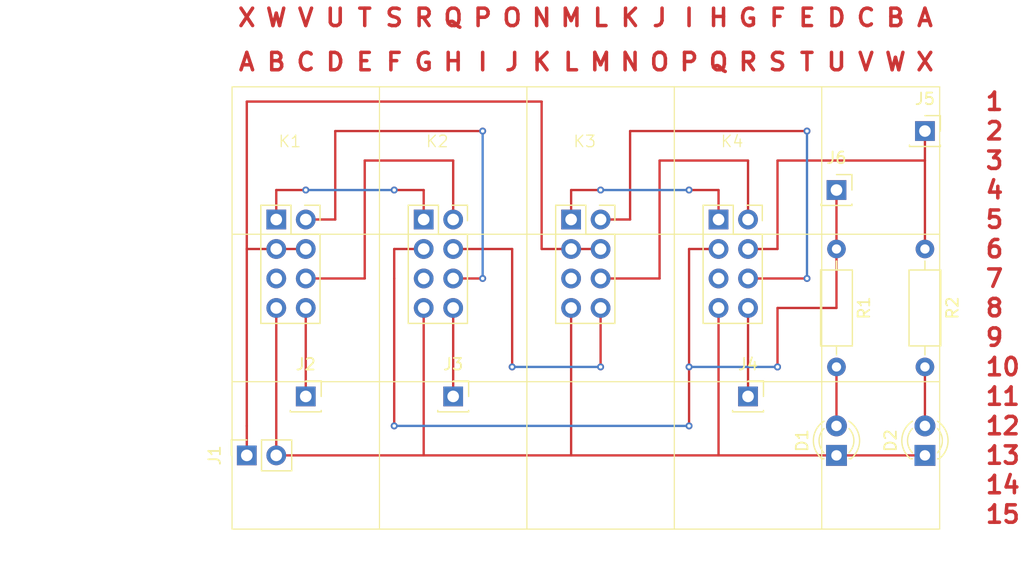
<source format=kicad_pcb>
(kicad_pcb (version 20240108) (generator "pcbnew") (generator_version "8.0")
  (layers (0 "F.Cu" signal) (31 "B.Cu" signal) (34 "B.Paste" user) (35 "F.Paste" user) (36 "B.SilkS" user "B.Silkscreen") (37 "F.SilkS" user "F.Silkscreen") (38 "B.Mask" user) (39 "F.Mask" user) (44 "Edge.Cuts" user))
  (net 0 "")
  (net 1 "+5V")
  (net 2 "/A")
  (net 3 "/B")
  (net 4 "/C IN")
  (net 5 "/SUM")
  (net 6 "/C OUT")
  (net 7 "GND")
  (net 8 "Net-(D1-A)")
  (net 9 "Net-(D2-A)")
  (net 10 "Net-(K1-Pad14)")
  (net 12 "Net-(K1-Pad24)")
  (net 13 "Net-(K1-Pad12)")
  (net 14 "Net-(K2-Pad11)")
  (net 16 "Net-(K3-Pad14)")
  (net 17 "Net-(K3-Pad12)")
  (net 19 "Net-(K3-Pad24)")
  (footprint "Connector_PinSocket_2.54mm:PinSocket_1x02_P2.54mm_Vertical" (layer "F.Cu") (at 60.96 83.82 90)
    (property "Reference" "J1" (at 0 -2.77 -90) (layer "F.SilkS"))
    (property "Value" "Power")
    (fp_line (start 1.33 -1.33) (end 1.33 0) (stroke (width 0.12)) (layer "F.SilkS"))
    (fp_line (start 0 -1.33) (end 1.33 -1.33) (stroke (width 0.12)) (layer "F.SilkS"))
    (fp_line (start 1.33 1.27) (end 1.33 3.87) (stroke (width 0.12)) (layer "F.SilkS"))
    (fp_line (start -1.33 1.27) (end 1.33 1.27) (stroke (width 0.12)) (layer "F.SilkS"))
    (fp_line (start -1.33 1.27) (end -1.33 3.87) (stroke (width 0.12)) (layer "F.SilkS"))
    (fp_line (start -1.33 3.87) (end 1.33 3.87) (stroke (width 0.12)) (layer "F.SilkS"))
    (pad "1" thru_hole rect (at 0 0 90) (size 1.7 1.7) (drill 1) (layers "*.Cu" "*.Mask") (net 1 "+5V"))
    (pad "2" thru_hole oval (at 0 2.54 90) (size 1.7 1.7) (drill 1) (layers "*.Cu" "*.Mask") (net 7 "GND"))
  )
  (footprint "Custom:Relay TE AXICOM IMO3N 5VDC 2,54mm" (layer "F.Cu") (at 64.67 57.27)
    (property "Reference" "K1" (at 0 -0.5 0) (layer "F.SilkS") (effects (font (thickness 0.1))))
    (property "Value" "Relay_DPDT")
    (fp_line (start -2.5 5) (end -2.5 15.18) (stroke (width 0.12)) (layer "F.SilkS"))
    (fp_line (start -2.5 15.18) (end 2.6 15.18) (stroke (width 0.12)) (layer "F.SilkS"))
    (fp_line (start 0.1 5) (end -2.5 5) (stroke (width 0.12)) (layer "F.SilkS"))
    (fp_line (start 0.1 7.5) (end 0.1 5) (stroke (width 0.12)) (layer "F.SilkS"))
    (fp_line (start 0.1 7.5) (end 2.6 7.5) (stroke (width 0.12)) (layer "F.SilkS"))
    (fp_line (start 1.27 5) (end 2.6 5) (stroke (width 0.12)) (layer "F.SilkS"))
    (fp_line (start 2.6 6.33) (end 2.6 5) (stroke (width 0.12)) (layer "F.SilkS"))
    (fp_line (start 2.6 7.5) (end 2.6 15.18) (stroke (width 0.12)) (layer "F.SilkS"))
    (pad "11" thru_hole oval (at 1.37 8.77) (size 1.7 1.7) (drill 1) (layers "*.Cu" "*.Mask") (net 1 "+5V"))
    (pad "12" thru_hole oval (at 1.37 11.31) (size 1.7 1.7) (drill 1) (layers "*.Cu" "*.Mask") (net 13 "Net-(K1-Pad12)"))
    (pad "14" thru_hole oval (at 1.37 6.23) (size 1.7 1.7) (drill 1) (layers "*.Cu" "*.Mask") (net 10 "Net-(K1-Pad14)"))
    (pad "21" thru_hole oval (at -1.17 8.77) (size 1.7 1.7) (drill 1) (layers "*.Cu" "*.Mask") (net 1 "+5V"))
    (pad "22" thru_hole oval (at -1.17 11.31) (size 1.7 1.7) (drill 1) (layers "*.Cu" "*.Mask"))
    (pad "24" thru_hole rect (at -1.17 6.23) (size 1.7 1.7) (drill 1) (layers "*.Cu" "*.Mask") (net 12 "Net-(K1-Pad24)"))
    (pad "A1" thru_hole oval (at 1.37 13.85) (size 1.7 1.7) (drill 1) (layers "*.Cu" "*.Mask") (net 2 "/A"))
    (pad "A2" thru_hole oval (at -1.17 13.85) (size 1.7 1.7) (drill 1) (layers "*.Cu" "*.Mask") (net 7 "GND"))
  )
  (footprint "Resistor_THT:R_Axial_DIN0207_L6.3mm_D2.5mm_P10.16mm_Horizontal" (layer "F.Cu") (at 111.76 66.04 -90)
    (property "Reference" "R1" (at 5.08 -2.37 90) (layer "F.SilkS"))
    (property "Value" "R")
    (fp_line (start 1.81 1.37) (end 8.35 1.37) (stroke (width 0.12)) (layer "F.SilkS"))
    (fp_line (start 8.35 1.37) (end 8.35 -1.37) (stroke (width 0.12)) (layer "F.SilkS"))
    (fp_line (start 1.04 0) (end 1.81 0) (stroke (width 0.12)) (layer "F.SilkS"))
    (fp_line (start 9.12 0) (end 8.35 0) (stroke (width 0.12)) (layer "F.SilkS"))
    (fp_line (start 1.81 -1.37) (end 1.81 1.37) (stroke (width 0.12)) (layer "F.SilkS"))
    (fp_line (start 8.35 -1.37) (end 1.81 -1.37) (stroke (width 0.12)) (layer "F.SilkS"))
    (pad "1" thru_hole circle (at 0 0 270) (size 1.6 1.6) (drill 0.8) (layers "*.Cu" "*.Mask") (net 6 "/C OUT"))
    (pad "2" thru_hole oval (at 10.16 0 270) (size 1.6 1.6) (drill 0.8) (layers "*.Cu" "*.Mask") (net 8 "Net-(D1-A)"))
  )
  (footprint "LED_THT:LED_D3.0mm" (layer "F.Cu") (at 119.38 83.82 90)
    (property "Reference" "D2" (at 1.27 -2.96 -90) (layer "F.SilkS"))
    (property "Value" "LED")
    (fp_line (start -0.29 -1.236) (end -0.29 -1.08) (stroke (width 0.12)) (layer "F.SilkS"))
    (fp_line (start -0.29 1.08) (end -0.29 1.236) (stroke (width 0.12)) (layer "F.SilkS"))
    (fp_arc (start -0.29 -1.235516) (mid 1.366487 -1.987659) (end 2.942335 -1.078608) (stroke (width 0.12)) (layer "F.SilkS"))
    (fp_arc (start 0.229039 -1.08) (mid 1.270117 -1.5) (end 2.31113 -1.079837) (stroke (width 0.12)) (layer "F.SilkS"))
    (fp_arc (start 2.942335 1.078608) (mid 1.366487 1.987659) (end -0.29 1.235516) (stroke (width 0.12)) (layer "F.SilkS"))
    (fp_arc (start 2.31113 1.079837) (mid 1.270117 1.5) (end 0.229039 1.08) (stroke (width 0.12)) (layer "F.SilkS"))
    (pad "1" thru_hole rect (at 0 0 90) (size 1.8 1.8) (drill 0.9) (layers "*.Cu" "*.Mask") (net 7 "GND"))
    (pad "2" thru_hole circle (at 2.54 0 90) (size 1.8 1.8) (drill 0.9) (layers "*.Cu" "*.Mask") (net 9 "Net-(D2-A)"))
  )
  (footprint "Connector_PinSocket_2.54mm:PinSocket_1x01_P2.54mm_Vertical" (layer "F.Cu") (at 66.04 78.74)
    (property "Reference" "J2" (at 0 -2.77 0) (layer "F.SilkS"))
    (property "Value" "Conn_01x01_Pin")
    (fp_line (start -1.33 1.21) (end -1.33 1.33) (stroke (width 0.12)) (layer "F.SilkS"))
    (fp_line (start -1.33 1.33) (end 1.33 1.33) (stroke (width 0.12)) (layer "F.SilkS"))
    (fp_line (start 0 -1.33) (end 1.33 -1.33) (stroke (width 0.12)) (layer "F.SilkS"))
    (fp_line (start 1.33 -1.33) (end 1.33 0) (stroke (width 0.12)) (layer "F.SilkS"))
    (fp_line (start 1.33 1.21) (end 1.33 1.33) (stroke (width 0.12)) (layer "F.SilkS"))
    (pad "1" thru_hole rect (at 0 0) (size 1.7 1.7) (drill 1) (layers "*.Cu" "*.Mask") (net 2 "/A"))
  )
  (footprint "Connector_PinSocket_2.54mm:PinSocket_1x01_P2.54mm_Vertical" (layer "F.Cu") (at 78.74 78.74)
    (property "Reference" "J3" (at 0 -2.77 0) (layer "F.SilkS"))
    (property "Value" "Conn_01x01_Pin")
    (fp_line (start -1.33 1.21) (end -1.33 1.33) (stroke (width 0.12)) (layer "F.SilkS"))
    (fp_line (start -1.33 1.33) (end 1.33 1.33) (stroke (width 0.12)) (layer "F.SilkS"))
    (fp_line (start 0 -1.33) (end 1.33 -1.33) (stroke (width 0.12)) (layer "F.SilkS"))
    (fp_line (start 1.33 -1.33) (end 1.33 0) (stroke (width 0.12)) (layer "F.SilkS"))
    (fp_line (start 1.33 1.21) (end 1.33 1.33) (stroke (width 0.12)) (layer "F.SilkS"))
    (pad "1" thru_hole rect (at 0 0) (size 1.7 1.7) (drill 1) (layers "*.Cu" "*.Mask") (net 3 "/B"))
  )
  (footprint "LED_THT:LED_D3.0mm" (layer "F.Cu") (at 111.76 83.82 90)
    (property "Reference" "D1" (at 1.27 -2.96 -90) (layer "F.SilkS"))
    (property "Value" "LED")
    (fp_line (start -0.29 -1.236) (end -0.29 -1.08) (stroke (width 0.12)) (layer "F.SilkS"))
    (fp_line (start -0.29 1.08) (end -0.29 1.236) (stroke (width 0.12)) (layer "F.SilkS"))
    (fp_arc (start -0.29 -1.235516) (mid 1.366487 -1.987659) (end 2.942335 -1.078608) (stroke (width 0.12)) (layer "F.SilkS"))
    (fp_arc (start 0.229039 -1.08) (mid 1.270117 -1.5) (end 2.31113 -1.079837) (stroke (width 0.12)) (layer "F.SilkS"))
    (fp_arc (start 2.942335 1.078608) (mid 1.366487 1.987659) (end -0.29 1.235516) (stroke (width 0.12)) (layer "F.SilkS"))
    (fp_arc (start 2.31113 1.079837) (mid 1.270117 1.5) (end 0.229039 1.08) (stroke (width 0.12)) (layer "F.SilkS"))
    (pad "1" thru_hole rect (at 0 0 90) (size 1.8 1.8) (drill 0.9) (layers "*.Cu" "*.Mask") (net 7 "GND"))
    (pad "2" thru_hole circle (at 2.54 0 90) (size 1.8 1.8) (drill 0.9) (layers "*.Cu" "*.Mask") (net 8 "Net-(D1-A)"))
  )
  (footprint "Custom:Relay TE AXICOM IMO3N 5VDC 2,54mm" (layer "F.Cu") (at 102.77 57.27)
    (property "Reference" "K4" (at 0 -0.5 0) (layer "F.SilkS") (effects (font (thickness 0.1))))
    (property "Value" "Relay_DPDT")
    (fp_line (start -2.5 5) (end -2.5 15.18) (stroke (width 0.12)) (layer "F.SilkS"))
    (fp_line (start -2.5 15.18) (end 2.6 15.18) (stroke (width 0.12)) (layer "F.SilkS"))
    (fp_line (start 0.1 5) (end -2.5 5) (stroke (width 0.12)) (layer "F.SilkS"))
    (fp_line (start 0.1 7.5) (end 0.1 5) (stroke (width 0.12)) (layer "F.SilkS"))
    (fp_line (start 0.1 7.5) (end 2.6 7.5) (stroke (width 0.12)) (layer "F.SilkS"))
    (fp_line (start 1.27 5) (end 2.6 5) (stroke (width 0.12)) (layer "F.SilkS"))
    (fp_line (start 2.6 6.33) (end 2.6 5) (stroke (width 0.12)) (layer "F.SilkS"))
    (fp_line (start 2.6 7.5) (end 2.6 15.18) (stroke (width 0.12)) (layer "F.SilkS"))
    (pad "11" thru_hole oval (at 1.37 8.77) (size 1.7 1.7) (drill 1) (layers "*.Cu" "*.Mask") (net 5 "/SUM"))
    (pad "12" thru_hole oval (at 1.37 11.31) (size 1.7 1.7) (drill 1) (layers "*.Cu" "*.Mask") (net 16 "Net-(K3-Pad14)"))
    (pad "14" thru_hole oval (at 1.37 6.23) (size 1.7 1.7) (drill 1) (layers "*.Cu" "*.Mask") (net 17 "Net-(K3-Pad12)"))
    (pad "21" thru_hole oval (at -1.17 8.77) (size 1.7 1.7) (drill 1) (layers "*.Cu" "*.Mask") (net 6 "/C OUT"))
    (pad "22" thru_hole oval (at -1.17 11.31) (size 1.7 1.7) (drill 1) (layers "*.Cu" "*.Mask"))
    (pad "24" thru_hole rect (at -1.17 6.23) (size 1.7 1.7) (drill 1) (layers "*.Cu" "*.Mask") (net 19 "Net-(K3-Pad24)"))
    (pad "A1" thru_hole oval (at 1.37 13.85) (size 1.7 1.7) (drill 1) (layers "*.Cu" "*.Mask") (net 4 "/C IN"))
    (pad "A2" thru_hole oval (at -1.17 13.85) (size 1.7 1.7) (drill 1) (layers "*.Cu" "*.Mask") (net 7 "GND"))
  )
  (footprint "Custom:Relay TE AXICOM IMO3N 5VDC 2,54mm" (layer "F.Cu") (at 90.07 57.27)
    (property "Reference" "K3" (at 0 -0.5 0) (layer "F.SilkS") (effects (font (thickness 0.1))))
    (property "Value" "Relay_DPDT")
    (fp_line (start -2.5 5) (end -2.5 15.18) (stroke (width 0.12)) (layer "F.SilkS"))
    (fp_line (start -2.5 15.18) (end 2.6 15.18) (stroke (width 0.12)) (layer "F.SilkS"))
    (fp_line (start 0.1 5) (end -2.5 5) (stroke (width 0.12)) (layer "F.SilkS"))
    (fp_line (start 0.1 7.5) (end 0.1 5) (stroke (width 0.12)) (layer "F.SilkS"))
    (fp_line (start 0.1 7.5) (end 2.6 7.5) (stroke (width 0.12)) (layer "F.SilkS"))
    (fp_line (start 1.27 5) (end 2.6 5) (stroke (width 0.12)) (layer "F.SilkS"))
    (fp_line (start 2.6 6.33) (end 2.6 5) (stroke (width 0.12)) (layer "F.SilkS"))
    (fp_line (start 2.6 7.5) (end 2.6 15.18) (stroke (width 0.12)) (layer "F.SilkS"))
    (pad "11" thru_hole oval (at 1.37 8.77) (size 1.7 1.7) (drill 1) (layers "*.Cu" "*.Mask") (net 1 "+5V"))
    (pad "12" thru_hole oval (at 1.37 11.31) (size 1.7 1.7) (drill 1) (layers "*.Cu" "*.Mask") (net 17 "Net-(K3-Pad12)"))
    (pad "14" thru_hole oval (at 1.37 6.23) (size 1.7 1.7) (drill 1) (layers "*.Cu" "*.Mask") (net 16 "Net-(K3-Pad14)"))
    (pad "21" thru_hole oval (at -1.17 8.77) (size 1.7 1.7) (drill 1) (layers "*.Cu" "*.Mask") (net 1 "+5V"))
    (pad "22" thru_hole oval (at -1.17 11.31) (size 1.7 1.7) (drill 1) (layers "*.Cu" "*.Mask"))
    (pad "24" thru_hole rect (at -1.17 6.23) (size 1.7 1.7) (drill 1) (layers "*.Cu" "*.Mask") (net 19 "Net-(K3-Pad24)"))
    (pad "A1" thru_hole oval (at 1.37 13.85) (size 1.7 1.7) (drill 1) (layers "*.Cu" "*.Mask") (net 14 "Net-(K2-Pad11)"))
    (pad "A2" thru_hole oval (at -1.17 13.85) (size 1.7 1.7) (drill 1) (layers "*.Cu" "*.Mask") (net 7 "GND"))
  )
  (footprint "Connector_PinSocket_2.54mm:PinSocket_1x01_P2.54mm_Vertical" (layer "F.Cu") (at 119.38 55.88)
    (property "Reference" "J5" (at 0 -2.77 0) (layer "F.SilkS"))
    (property "Value" "Conn_01x01_Pin")
    (fp_line (start -1.33 1.21) (end -1.33 1.33) (stroke (width 0.12)) (layer "F.SilkS"))
    (fp_line (start -1.33 1.33) (end 1.33 1.33) (stroke (width 0.12)) (layer "F.SilkS"))
    (fp_line (start 0 -1.33) (end 1.33 -1.33) (stroke (width 0.12)) (layer "F.SilkS"))
    (fp_line (start 1.33 -1.33) (end 1.33 0) (stroke (width 0.12)) (layer "F.SilkS"))
    (fp_line (start 1.33 1.21) (end 1.33 1.33) (stroke (width 0.12)) (layer "F.SilkS"))
    (pad "1" thru_hole rect (at 0 0) (size 1.7 1.7) (drill 1) (layers "*.Cu" "*.Mask") (net 5 "/SUM"))
  )
  (footprint "Connector_PinSocket_2.54mm:PinSocket_1x01_P2.54mm_Vertical" (layer "F.Cu") (at 111.76 60.96)
    (property "Reference" "J6" (at 0 -2.77 0) (layer "F.SilkS"))
    (property "Value" "Conn_01x01_Pin")
    (fp_line (start -1.33 1.21) (end -1.33 1.33) (stroke (width 0.12)) (layer "F.SilkS"))
    (fp_line (start -1.33 1.33) (end 1.33 1.33) (stroke (width 0.12)) (layer "F.SilkS"))
    (fp_line (start 0 -1.33) (end 1.33 -1.33) (stroke (width 0.12)) (layer "F.SilkS"))
    (fp_line (start 1.33 -1.33) (end 1.33 0) (stroke (width 0.12)) (layer "F.SilkS"))
    (fp_line (start 1.33 1.21) (end 1.33 1.33) (stroke (width 0.12)) (layer "F.SilkS"))
    (pad "1" thru_hole rect (at 0 0) (size 1.7 1.7) (drill 1) (layers "*.Cu" "*.Mask") (net 6 "/C OUT"))
  )
  (footprint "Custom:Relay TE AXICOM IMO3N 5VDC 2,54mm" (layer "F.Cu") (at 77.37 57.27)
    (property "Reference" "K2" (at 0 -0.5 0) (layer "F.SilkS") (effects (font (thickness 0.1))))
    (property "Value" "Relay_DPDT")
    (fp_line (start -2.5 5) (end -2.5 15.18) (stroke (width 0.12)) (layer "F.SilkS"))
    (fp_line (start -2.5 15.18) (end 2.6 15.18) (stroke (width 0.12)) (layer "F.SilkS"))
    (fp_line (start 0.1 5) (end -2.5 5) (stroke (width 0.12)) (layer "F.SilkS"))
    (fp_line (start 0.1 7.5) (end 0.1 5) (stroke (width 0.12)) (layer "F.SilkS"))
    (fp_line (start 0.1 7.5) (end 2.6 7.5) (stroke (width 0.12)) (layer "F.SilkS"))
    (fp_line (start 1.27 5) (end 2.6 5) (stroke (width 0.12)) (layer "F.SilkS"))
    (fp_line (start 2.6 6.33) (end 2.6 5) (stroke (width 0.12)) (layer "F.SilkS"))
    (fp_line (start 2.6 7.5) (end 2.6 15.18) (stroke (width 0.12)) (layer "F.SilkS"))
    (pad "11" thru_hole oval (at 1.37 8.77) (size 1.7 1.7) (drill 1) (layers "*.Cu" "*.Mask") (net 14 "Net-(K2-Pad11)"))
    (pad "12" thru_hole oval (at 1.37 11.31) (size 1.7 1.7) (drill 1) (layers "*.Cu" "*.Mask") (net 10 "Net-(K1-Pad14)"))
    (pad "14" thru_hole oval (at 1.37 6.23) (size 1.7 1.7) (drill 1) (layers "*.Cu" "*.Mask") (net 13 "Net-(K1-Pad12)"))
    (pad "21" thru_hole oval (at -1.17 8.77) (size 1.7 1.7) (drill 1) (layers "*.Cu" "*.Mask") (net 6 "/C OUT"))
    (pad "22" thru_hole oval (at -1.17 11.31) (size 1.7 1.7) (drill 1) (layers "*.Cu" "*.Mask"))
    (pad "24" thru_hole rect (at -1.17 6.23) (size 1.7 1.7) (drill 1) (layers "*.Cu" "*.Mask") (net 12 "Net-(K1-Pad24)"))
    (pad "A1" thru_hole oval (at 1.37 13.85) (size 1.7 1.7) (drill 1) (layers "*.Cu" "*.Mask") (net 3 "/B"))
    (pad "A2" thru_hole oval (at -1.17 13.85) (size 1.7 1.7) (drill 1) (layers "*.Cu" "*.Mask") (net 7 "GND"))
  )
  (footprint "Connector_PinSocket_2.54mm:PinSocket_1x01_P2.54mm_Vertical" (layer "F.Cu") (at 104.14 78.74)
    (property "Reference" "J4" (at 0 -2.77 0) (layer "F.SilkS"))
    (property "Value" "Conn_01x01_Pin")
    (fp_line (start -1.33 1.21) (end -1.33 1.33) (stroke (width 0.12)) (layer "F.SilkS"))
    (fp_line (start -1.33 1.33) (end 1.33 1.33) (stroke (width 0.12)) (layer "F.SilkS"))
    (fp_line (start 0 -1.33) (end 1.33 -1.33) (stroke (width 0.12)) (layer "F.SilkS"))
    (fp_line (start 1.33 -1.33) (end 1.33 0) (stroke (width 0.12)) (layer "F.SilkS"))
    (fp_line (start 1.33 1.21) (end 1.33 1.33) (stroke (width 0.12)) (layer "F.SilkS"))
    (pad "1" thru_hole rect (at 0 0) (size 1.7 1.7) (drill 1) (layers "*.Cu" "*.Mask") (net 4 "/C IN"))
  )
  (footprint "Resistor_THT:R_Axial_DIN0207_L6.3mm_D2.5mm_P10.16mm_Horizontal" (layer "F.Cu") (at 119.38 66.04 -90)
    (property "Reference" "R2" (at 5.08 -2.37 90) (layer "F.SilkS"))
    (property "Value" "R")
    (fp_line (start 1.81 1.37) (end 8.35 1.37) (stroke (width 0.12)) (layer "F.SilkS"))
    (fp_line (start 8.35 1.37) (end 8.35 -1.37) (stroke (width 0.12)) (layer "F.SilkS"))
    (fp_line (start 1.04 0) (end 1.81 0) (stroke (width 0.12)) (layer "F.SilkS"))
    (fp_line (start 9.12 0) (end 8.35 0) (stroke (width 0.12)) (layer "F.SilkS"))
    (fp_line (start 1.81 -1.37) (end 1.81 1.37) (stroke (width 0.12)) (layer "F.SilkS"))
    (fp_line (start 8.35 -1.37) (end 1.81 -1.37) (stroke (width 0.12)) (layer "F.SilkS"))
    (pad "1" thru_hole circle (at 0 0 270) (size 1.6 1.6) (drill 0.8) (layers "*.Cu" "*.Mask") (net 5 "/SUM"))
    (pad "2" thru_hole oval (at 10.16 0 270) (size 1.6 1.6) (drill 0.8) (layers "*.Cu" "*.Mask") (net 9 "Net-(D2-A)"))
  )
  (gr_line (start 120.65 90.17) (end 59.69 90.17) (stroke (width 0.1)) (layer "F.SilkS"))
  (gr_line (start 120.65 77.47) (end 59.69 77.47) (stroke (width 0.1)) (layer "F.SilkS"))
  (gr_line (start 110.49 52.07) (end 110.49 90.17) (stroke (width 0.1)) (layer "F.SilkS"))
  (gr_line (start 120.65 52.07) (end 120.65 90.17) (stroke (width 0.1)) (layer "F.SilkS"))
  (gr_line (start 59.69 52.07) (end 59.69 90.17) (stroke (width 0.1)) (layer "F.SilkS"))
  (gr_line (start 97.79 52.07) (end 97.79 90.17) (stroke (width 0.1)) (layer "F.SilkS"))
  (gr_line (start 59.69 52.07) (end 120.65 52.07) (stroke (width 0.1)) (layer "F.SilkS"))
  (gr_line (start 85.09 52.07) (end 85.09 90.17) (stroke (width 0.1)) (layer "F.SilkS"))
  (gr_line (start 72.39 52.07) (end 72.39 90.17) (stroke (width 0.1)) (layer "F.SilkS"))
  (gr_line (start 120.65 64.77) (end 59.69 64.77) (stroke (width 0.1)) (layer "F.SilkS"))
  (gr_text "R" (at 104.14 50.8 0) (layer "F.Cu") (effects (font (size 1.5 1.5) (thickness 0.3) (bold yes)) (justify bottom)))
  (gr_text "J" (at 96.52 46.99 0) (layer "F.Cu") (effects (font (size 1.5 1.5) (thickness 0.3) (bold yes)) (justify bottom)))
  (gr_text "R" (at 76.2 46.99 0) (layer "F.Cu") (effects (font (size 1.5 1.5) (thickness 0.3) (bold yes)) (justify bottom)))
  (gr_text "7" (at 124.46 68.58 0) (layer "F.Cu") (effects (font (size 1.5 1.5) (thickness 0.3) (bold yes)) (justify left)))
  (gr_text "M" (at 88.9 46.99 0) (layer "F.Cu") (effects (font (size 1.5 1.5) (thickness 0.3) (bold yes)) (justify bottom)))
  (gr_text "C" (at 66.04 50.8 0) (layer "F.Cu") (effects (font (size 1.5 1.5) (thickness 0.3) (bold yes)) (justify bottom)))
  (gr_text "N" (at 93.98 50.8 0) (layer "F.Cu") (effects (font (size 1.5 1.5) (thickness 0.3) (bold yes)) (justify bottom)))
  (gr_text "B" (at 116.84 46.99 0) (layer "F.Cu") (effects (font (size 1.5 1.5) (thickness 0.3) (bold yes)) (justify bottom)))
  (gr_text "B" (at 63.5 50.8 0) (layer "F.Cu") (effects (font (size 1.5 1.5) (thickness 0.3) (bold yes)) (justify bottom)))
  (gr_text "6" (at 124.46 66.04 0) (layer "F.Cu") (effects (font (size 1.5 1.5) (thickness 0.3) (bold yes)) (justify left)))
  (gr_text "9" (at 124.46 73.66 0) (layer "F.Cu") (effects (font (size 1.5 1.5) (thickness 0.3) (bold yes)) (justify left)))
  (gr_text "14" (at 124.46 86.36 0) (layer "F.Cu") (effects (font (size 1.5 1.5) (thickness 0.3) (bold yes)) (justify left)))
  (gr_text "2" (at 124.46 55.88 0) (layer "F.Cu") (effects (font (size 1.5 1.5) (thickness 0.3) (bold yes)) (justify left)))
  (gr_text "G" (at 104.14 46.99 0) (layer "F.Cu") (effects (font (size 1.5 1.5) (thickness 0.3) (bold yes)) (justify bottom)))
  (gr_text "10" (at 124.46 76.2 0) (layer "F.Cu") (effects (font (size 1.5 1.5) (thickness 0.3) (bold yes)) (justify left)))
  (gr_text "Q" (at 101.6 50.8 0) (layer "F.Cu") (effects (font (size 1.5 1.5) (thickness 0.3) (bold yes)) (justify bottom)))
  (gr_text "I" (at 81.28 50.8 0) (layer "F.Cu") (effects (font (size 1.5 1.5) (thickness 0.3) (bold yes)) (justify bottom)))
  (gr_text "5" (at 124.46 63.5 0) (layer "F.Cu") (effects (font (size 1.5 1.5) (thickness 0.3) (bold yes)) (justify left)))
  (gr_text "T" (at 109.22 50.8 0) (layer "F.Cu") (effects (font (size 1.5 1.5) (thickness 0.3) (bold yes)) (justify bottom)))
  (gr_text "J" (at 83.82 50.8 0) (layer "F.Cu") (effects (font (size 1.5 1.5) (thickness 0.3) (bold yes)) (justify bottom)))
  (gr_text "F" (at 106.68 46.99 0) (layer "F.Cu") (effects (font (size 1.5 1.5) (thickness 0.3) (bold yes)) (justify bottom)))
  (gr_text "8" (at 124.46 71.12 0) (layer "F.Cu") (effects (font (size 1.5 1.5) (thickness 0.3) (bold yes)) (justify left)))
  (gr_text "12" (at 124.46 81.28 0) (layer "F.Cu") (effects (font (size 1.5 1.5) (thickness 0.3) (bold yes)) (justify left)))
  (gr_text "15" (at 124.46 88.9 0) (layer "F.Cu") (effects (font (size 1.5 1.5) (thickness 0.3) (bold yes)) (justify left)))
  (gr_text "V" (at 66.04 46.99 0) (layer "F.Cu") (effects (font (size 1.5 1.5) (thickness 0.3) (bold yes)) (justify bottom)))
  (gr_text "E" (at 71.12 50.8 0) (layer "F.Cu") (effects (font (size 1.5 1.5) (thickness 0.3) (bold yes)) (justify bottom)))
  (gr_text "L" (at 88.9 50.8 0) (layer "F.Cu") (effects (font (size 1.5 1.5) (thickness 0.3) (bold yes)) (justify bottom)))
  (gr_text "V" (at 114.3 50.8 0) (layer "F.Cu") (effects (font (size 1.5 1.5) (thickness 0.3) (bold yes)) (justify bottom)))
  (gr_text "O" (at 83.82 46.99 0) (layer "F.Cu") (effects (font (size 1.5 1.5) (thickness 0.3) (bold yes)) (justify bottom)))
  (gr_text "3" (at 124.46 58.42 0) (layer "F.Cu") (effects (font (size 1.5 1.5) (thickness 0.3) (bold yes)) (justify left)))
  (gr_text "X" (at 119.38 50.8 0) (layer "F.Cu") (effects (font (size 1.5 1.5) (thickness 0.3) (bold yes)) (justify bottom)))
  (gr_text "M" (at 91.44 50.8 0) (layer "F.Cu") (effects (font (size 1.5 1.5) (thickness 0.3) (bold yes)) (justify bottom)))
  (gr_text "T" (at 71.12 46.99 0) (layer "F.Cu") (effects (font (size 1.5 1.5) (thickness 0.3) (bold yes)) (justify bottom)))
  (gr_text "13" (at 124.46 83.82 0) (layer "F.Cu") (effects (font (size 1.5 1.5) (thickness 0.3) (bold yes)) (justify left)))
  (gr_text "X" (at 60.96 46.99 0) (layer "F.Cu") (effects (font (size 1.5 1.5) (thickness 0.3) (bold yes)) (justify bottom)))
  (gr_text "E" (at 109.22 46.99 0) (layer "F.Cu") (effects (font (size 1.5 1.5) (thickness 0.3) (bold yes)) (justify bottom)))
  (gr_text "1" (at 124.46 53.34 0) (layer "F.Cu") (effects (font (size 1.5 1.5) (thickness 0.3) (bold yes)) (justify left)))
  (gr_text "H" (at 101.6 46.99 0) (layer "F.Cu") (effects (font (size 1.5 1.5) (thickness 0.3) (bold yes)) (justify bottom)))
  (gr_text "K" (at 93.98 46.99 0) (layer "F.Cu") (effects (font (size 1.5 1.5) (thickness 0.3) (bold yes)) (justify bottom)))
  (gr_text "P" (at 99.06 50.8 0) (layer "F.Cu") (effects (font (size 1.5 1.5) (thickness 0.3) (bold yes)) (justify bottom)))
  (gr_text "W" (at 116.84 50.8 0) (layer "F.Cu") (effects (font (size 1.5 1.5) (thickness 0.3) (bold yes)) (justify bottom)))
  (gr_text "S" (at 73.66 46.99 0) (layer "F.Cu") (effects (font (size 1.5 1.5) (thickness 0.3) (bold yes)) (justify bottom)))
  (gr_text "O" (at 96.52 50.8 0) (layer "F.Cu") (effects (font (size 1.5 1.5) (thickness 0.3) (bold yes)) (justify bottom)))
  (gr_text "L" (at 91.44 46.99 0) (layer "F.Cu") (effects (font (size 1.5 1.5) (thickness 0.3) (bold yes)) (justify bottom)))
  (gr_text "U" (at 68.58 46.99 0) (layer "F.Cu") (effects (font (size 1.5 1.5) (thickness 0.3) (bold yes)) (justify bottom)))
  (gr_text "H" (at 78.74 50.8 0) (layer "F.Cu") (effects (font (size 1.5 1.5) (thickness 0.3) (bold yes)) (justify bottom)))
  (gr_text "I" (at 99.06 46.99 0) (layer "F.Cu") (effects (font (size 1.5 1.5) (thickness 0.3) (bold yes)) (justify bottom)))
  (gr_text "P" (at 81.28 46.99 0) (layer "F.Cu") (effects (font (size 1.5 1.5) (thickness 0.3) (bold yes)) (justify bottom)))
  (gr_text "W" (at 63.5 46.99 0) (layer "F.Cu") (effects (font (size 1.5 1.5) (thickness 0.3) (bold yes)) (justify bottom)))
  (gr_text "F" (at 73.66 50.8 0) (layer "F.Cu") (effects (font (size 1.5 1.5) (thickness 0.3) (bold yes)) (justify bottom)))
  (gr_text "D" (at 68.58 50.8 0) (layer "F.Cu") (effects (font (size 1.5 1.5) (thickness 0.3) (bold yes)) (justify bottom)))
  (gr_text "A" (at 60.96 50.8 0) (layer "F.Cu") (effects (font (size 1.5 1.5) (thickness 0.3) (bold yes)) (justify bottom)))
  (gr_text "S" (at 106.68 50.8 0) (layer "F.Cu") (effects (font (size 1.5 1.5) (thickness 0.3) (bold yes)) (justify bottom)))
  (gr_text "A" (at 119.38 46.99 0) (layer "F.Cu") (effects (font (size 1.5 1.5) (thickness 0.3) (bold yes)) (justify bottom)))
  (gr_text "K" (at 86.36 50.8 0) (layer "F.Cu") (effects (font (size 1.5 1.5) (thickness 0.3) (bold yes)) (justify bottom)))
  (gr_text "U" (at 111.76 50.8 0) (layer "F.Cu") (effects (font (size 1.5 1.5) (thickness 0.3) (bold yes)) (justify bottom)))
  (gr_text "C" (at 114.3 46.99 0) (layer "F.Cu") (effects (font (size 1.5 1.5) (thickness 0.3) (bold yes)) (justify bottom)))
  (gr_text "D" (at 111.76 46.99 0) (layer "F.Cu") (effects (font (size 1.5 1.5) (thickness 0.3) (bold yes)) (justify bottom)))
  (gr_text "11" (at 124.46 78.74 0) (layer "F.Cu") (effects (font (size 1.5 1.5) (thickness 0.3) (bold yes)) (justify left)))
  (gr_text "G" (at 76.2 50.8 0) (layer "F.Cu") (effects (font (size 1.5 1.5) (thickness 0.3) (bold yes)) (justify bottom)))
  (gr_text "Q" (at 78.74 46.99 0) (layer "F.Cu") (effects (font (size 1.5 1.5) (thickness 0.3) (bold yes)) (justify bottom)))
  (gr_text "4" (at 124.46 60.96 0) (layer "F.Cu") (effects (font (size 1.5 1.5) (thickness 0.3) (bold yes)) (justify left)))
  (gr_text "N" (at 86.36 46.99 0) (layer "F.Cu") (effects (font (size 1.5 1.5) (thickness 0.3) (bold yes)) (justify bottom)))
  (segment (start 60.96 66.04) (end 63.5 66.04) (width 0.2) (layer "F.Cu") (net 1))
  (segment (start 88.9 66.04) (end 86.36 66.04) (width 0.2) (layer "F.Cu") (net 1))
  (segment (start 88.9 66.04) (end 91.44 66.04) (width 0.2) (layer "F.Cu") (net 1))
  (segment (start 86.36 66.04) (end 86.36 53.34) (width 0.2) (layer "F.Cu") (net 1))
  (segment (start 60.96 83.82) (end 60.96 81.28) (width 0.2) (layer "F.Cu") (net 1))
  (segment (start 63.5 66.04) (end 66.04 66.04) (width 0.2) (layer "F.Cu") (net 1))
  (segment (start 60.96 81.28) (end 60.96 66.04) (width 0.2) (layer "F.Cu") (net 1))
  (segment (start 86.36 53.34) (end 60.96 53.34) (width 0.2) (layer "F.Cu") (net 1))
  (segment (start 60.96 53.34) (end 60.96 66.04) (width 0.2) (layer "F.Cu") (net 1))
  (segment (start 66.04 78.74) (end 66.04 71.12) (width 0.2) (layer "F.Cu") (net 2))
  (segment (start 78.74 78.74) (end 78.74 71.12) (width 0.2) (layer "F.Cu") (net 3))
  (segment (start 104.14 78.74) (end 104.14 71.12) (width 0.2) (layer "F.Cu") (net 4))
  (segment (start 119.38 58.42) (end 119.38 55.88) (width 0.2) (layer "F.Cu") (net 5))
  (segment (start 106.68 58.42) (end 119.38 58.42) (width 0.2) (layer "F.Cu") (net 5))
  (segment (start 106.68 66.04) (end 106.68 58.42) (width 0.2) (layer "F.Cu") (net 5))
  (segment (start 119.38 66.04) (end 119.38 58.42) (width 0.2) (layer "F.Cu") (net 5))
  (segment (start 104.14 66.04) (end 106.68 66.04) (width 0.2) (layer "F.Cu") (net 5))
  (segment (start 73.66 68.58) (end 73.66 81.28) (width 0.2) (layer "F.Cu") (net 6))
  (segment (start 76.2 66.04) (end 73.66 66.04) (width 0.2) (layer "F.Cu") (net 6))
  (segment (start 99.06 66.04) (end 101.6 66.04) (width 0.2) (layer "F.Cu") (net 6))
  (segment (start 106.68 71.12) (end 111.76 71.12) (width 0.2) (layer "F.Cu") (net 6))
  (segment (start 99.06 81.28) (end 99.06 66.04) (width 0.2) (layer "F.Cu") (net 6))
  (segment (start 73.66 66.04) (end 73.66 68.58) (width 0.2) (layer "F.Cu") (net 6))
  (segment (start 111.76 71.12) (end 111.76 66.04) (width 0.2) (layer "F.Cu") (net 6))
  (segment (start 106.68 76.2) (end 106.68 71.12) (width 0.2) (layer "F.Cu") (net 6))
  (segment (start 111.76 66.04) (end 111.76 60.96) (width 0.2) (layer "F.Cu") (net 6))
  (via (at 99.06 81.28) (size 0.6) (drill 0.3) (layers "F.Cu" "B.Cu") (net 6))
  (via (at 99.06 76.2) (size 0.6) (drill 0.3) (layers "F.Cu" "B.Cu") (net 6))
  (via (at 106.68 76.2) (size 0.6) (drill 0.3) (layers "F.Cu" "B.Cu") (net 6))
  (via (at 106.68 76.2) (size 0.6) (drill 0.3) (layers "F.Cu" "B.Cu") (net 6))
  (via (at 73.66 81.28) (size 0.6) (drill 0.3) (layers "F.Cu" "B.Cu") (net 6))
  (segment (start 73.66 81.28) (end 99.06 81.28) (width 0.2) (layer "B.Cu") (net 6))
  (segment (start 99.06 76.2) (end 106.68 76.2) (width 0.2) (layer "B.Cu") (net 6))
  (segment (start 88.9 83.82) (end 101.6 83.82) (width 0.2) (layer "F.Cu") (net 7))
  (segment (start 88.9 71.12) (end 88.9 83.82) (width 0.2) (layer "F.Cu") (net 7))
  (segment (start 63.5 83.82) (end 76.2 83.82) (width 0.2) (layer "F.Cu") (net 7))
  (segment (start 111.76 83.82) (end 119.38 83.82) (width 0.2) (layer "F.Cu") (net 7))
  (segment (start 111.76 83.82) (end 101.6 83.82) (width 0.2) (layer "F.Cu") (net 7))
  (segment (start 76.2 83.82) (end 88.9 83.82) (width 0.2) (layer "F.Cu") (net 7))
  (segment (start 101.6 83.82) (end 101.6 71.12) (width 0.2) (layer "F.Cu") (net 7))
  (segment (start 63.5 71.12) (end 63.5 83.82) (width 0.2) (layer "F.Cu") (net 7))
  (segment (start 76.2 83.82) (end 76.2 71.12) (width 0.2) (layer "F.Cu") (net 7))
  (segment (start 111.76 76.2) (end 111.76 81.28) (width 0.2) (layer "F.Cu") (net 8))
  (segment (start 119.38 76.2) (end 119.38 81.28) (width 0.2) (layer "F.Cu") (net 9))
  (segment (start 81.28 55.88) (end 68.58 55.88) (width 0.2) (layer "F.Cu") (net 10))
  (segment (start 68.58 63.5) (end 68.58 55.88) (width 0.2) (layer "F.Cu") (net 10))
  (segment (start 66.04 63.5) (end 68.58 63.5) (width 0.2) (layer "F.Cu") (net 10))
  (segment (start 78.74 68.58) (end 81.28 68.58) (width 0.2) (layer "F.Cu") (net 10))
  (via (at 81.28 55.88) (size 0.6) (drill 0.3) (layers "F.Cu" "B.Cu") (net 10))
  (via (at 81.28 68.58) (size 0.6) (drill 0.3) (layers "F.Cu" "B.Cu") (net 10))
  (segment (start 81.28 66.04) (end 81.28 55.88) (width 0.2) (layer "B.Cu") (net 10))
  (segment (start 81.28 68.58) (end 81.28 66.04) (width 0.2) (layer "B.Cu") (net 10))
  (segment (start 66.04 60.96) (end 63.5 60.96) (width 0.2) (layer "F.Cu") (net 12))
  (segment (start 76.2 60.96) (end 76.2 63.5) (width 0.2) (layer "F.Cu") (net 12))
  (segment (start 63.5 63.5) (end 63.5 60.96) (width 0.2) (layer "F.Cu") (net 12))
  (segment (start 76.2 60.96) (end 73.66 60.96) (width 0.2) (layer "F.Cu") (net 12))
  (via (at 66.04 60.96) (size 0.6) (drill 0.3) (layers "F.Cu" "B.Cu") (net 12))
  (via (at 73.66 60.96) (size 0.6) (drill 0.3) (layers "F.Cu" "B.Cu") (net 12))
  (segment (start 73.66 60.96) (end 66.04 60.96) (width 0.2) (layer "B.Cu") (net 12))
  (segment (start 66.04 68.58) (end 71.12 68.58) (width 0.2) (layer "F.Cu") (net 13))
  (segment (start 71.12 68.58) (end 71.12 58.42) (width 0.2) (layer "F.Cu") (net 13))
  (segment (start 78.74 58.42) (end 78.74 63.5) (width 0.2) (layer "F.Cu") (net 13))
  (segment (start 71.12 58.42) (end 78.74 58.42) (width 0.2) (layer "F.Cu") (net 13))
  (segment (start 83.82 66.04) (end 78.74 66.04) (width 0.2) (layer "F.Cu") (net 14))
  (segment (start 83.82 66.04) (end 83.82 76.2) (width 0.2) (layer "F.Cu") (net 14))
  (segment (start 91.44 71.12) (end 91.44 76.2) (width 0.2) (layer "F.Cu") (net 14))
  (via (at 83.82 76.2) (size 0.6) (drill 0.3) (layers "F.Cu" "B.Cu") (net 14))
  (via (at 91.44 76.2) (size 0.6) (drill 0.3) (layers "F.Cu" "B.Cu") (net 14))
  (segment (start 83.82 76.2) (end 91.44 76.2) (width 0.2) (layer "B.Cu") (net 14))
  (segment (start 93.98 63.5) (end 91.44 63.5) (width 0.2) (layer "F.Cu") (net 16))
  (segment (start 93.98 55.88) (end 93.98 63.5) (width 0.2) (layer "F.Cu") (net 16))
  (segment (start 109.22 68.58) (end 104.14 68.58) (width 0.2) (layer "F.Cu") (net 16))
  (segment (start 109.22 55.88) (end 93.98 55.88) (width 0.2) (layer "F.Cu") (net 16))
  (via (at 109.22 68.58) (size 0.6) (drill 0.3) (layers "F.Cu" "B.Cu") (net 16))
  (via (at 109.22 55.88) (size 0.6) (drill 0.3) (layers "F.Cu" "B.Cu") (net 16))
  (segment (start 109.22 55.88) (end 109.22 68.58) (width 0.2) (layer "B.Cu") (net 16))
  (segment (start 96.52 58.42) (end 104.14 58.42) (width 0.2) (layer "F.Cu") (net 17))
  (segment (start 91.44 68.58) (end 96.52 68.58) (width 0.2) (layer "F.Cu") (net 17))
  (segment (start 96.52 68.58) (end 96.52 58.42) (width 0.2) (layer "F.Cu") (net 17))
  (segment (start 104.14 58.42) (end 104.14 63.5) (width 0.2) (layer "F.Cu") (net 17))
  (segment (start 99.06 60.96) (end 101.6 60.96) (width 0.2) (layer "F.Cu") (net 19))
  (segment (start 88.9 60.96) (end 91.44 60.96) (width 0.2) (layer "F.Cu") (net 19))
  (segment (start 101.6 60.96) (end 101.6 63.5) (width 0.2) (layer "F.Cu") (net 19))
  (segment (start 88.9 63.5) (end 88.9 60.96) (width 0.2) (layer "F.Cu") (net 19))
  (via (at 99.06 60.96) (size 0.6) (drill 0.3) (layers "F.Cu" "B.Cu") (net 19))
  (via (at 91.44 60.96) (size 0.6) (drill 0.3) (layers "F.Cu" "B.Cu") (net 19))
  (segment (start 91.44 60.96) (end 99.06 60.96) (width 0.2) (layer "B.Cu") (net 19))
)
</source>
